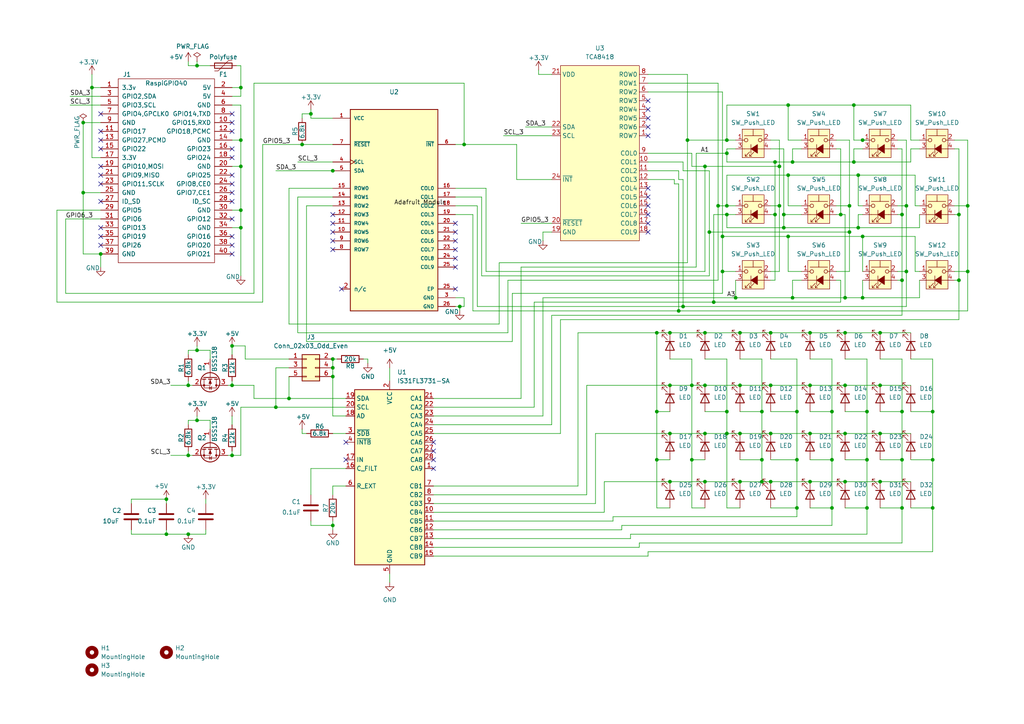
<source format=kicad_sch>
(kicad_sch (version 20231120) (generator "eeschema") (generator_version "8.0")
  (paper "A4")
  (lib_symbols
    (symbol "Adafruit_TCA8418_module:TCA8418RTWR_Module" (pin_names (offset 1.016))
      (property "Reference" "U" (at -12.7 28.702 0))
      (property "Value" "TCA8418RTWR-Module" (at -12.7 -31.242 0))
      (symbol "TCA8418RTWR_Module_0_0"
        (pin power_in line (at -17.78 25.4 0) (length 5.08) (name "VCC") (number "1"))
        (pin bidirectional line (at -17.78 -7.62 0) (length 5.08) (name "ROW5") (number "10"))
        (pin bidirectional line (at -17.78 -5.08 0) (length 5.08) (name "ROW4") (number "11"))
        (pin bidirectional line (at -17.78 -2.54 0) (length 5.08) (name "ROW3") (number "12"))
        (pin bidirectional line (at -17.78 0 0) (length 5.08) (name "ROW2") (number "13"))
        (pin bidirectional line (at -17.78 2.54 0) (length 5.08) (name "ROW1") (number "14"))
        (pin bidirectional line (at -17.78 5.08 0) (length 5.08) (name "ROW0") (number "15"))
        (pin bidirectional line (at 17.78 5.08 180) (length 5.08) (name "COL0") (number "16"))
        (pin bidirectional line (at 17.78 2.54 180) (length 5.08) (name "COL1") (number "17"))
        (pin bidirectional line (at 17.78 -2.54 180) (length 5.08) (name "COL3") (number "19"))
        (pin bidirectional line (at 17.78 -5.08 180) (length 5.08) (name "COL4") (number "20"))
        (pin passive line (at 17.78 -24.13 180) (length 5.08) (name "EP") (number "25"))
        (pin power_in line (at 17.78 -29.21 180) (length 5.08) (name "GND") (number "26"))
        (pin power_in line (at 17.78 -26.67 180) (length 5.08) (name "GND") (number "3"))
        (pin input clock (at -17.78 12.7 0) (length 5.08) (name "SCL") (number "4"))
        (pin bidirectional line (at -17.78 10.16 0) (length 5.08) (name "SDA") (number "5"))
        (pin output line (at 17.78 17.78 180) (length 5.08) (name "~{INT}") (number "6"))
        (pin input line (at -17.78 17.78 0) (length 5.08) (name "~{RESET}") (number "7"))
        (pin bidirectional line (at -17.78 -12.7 0) (length 5.08) (name "ROW7") (number "8"))
        (pin bidirectional line (at -17.78 -10.16 0) (length 5.08) (name "ROW6") (number "9"))
      )
      (symbol "TCA8418RTWR_Module_1_0"
        (pin bidirectional line (at 17.78 0 180) (length 5.08) (name "COL2") (number "18"))
        (pin bidirectional line (at 17.78 -7.62 180) (length 5.08) (name "COL5") (number "21"))
        (pin bidirectional line (at 17.78 -10.16 180) (length 5.08) (name "COL6") (number "22"))
        (pin bidirectional line (at 17.78 -12.7 180) (length 5.08) (name "COL7") (number "23"))
        (pin bidirectional line (at 17.78 -15.24 180) (length 5.08) (name "COL8") (number "24"))
        (pin bidirectional line (at 17.78 -17.78 180) (length 5.08) (name "COL9") (number "25"))
      )
      (symbol "TCA8418RTWR_Module_1_1"
        (pin unspecified line (at -15.24 -24.13 0) (length 2.54) (name "n/c") (number "2"))
      )
    )
    (symbol "Connector_Generic:Conn_02x03_Odd_Even" (pin_names (offset 1.016) hide)
      (property "Reference" "J" (at 1.27 5.08 0))
      (property "Value" "Conn_02x03_Odd_Even" (at 1.27 -5.08 0))
      (symbol "Conn_02x03_Odd_Even_1_1"
        (pin passive line (at -5.08 2.54 0) (length 3.81) (name "Pin_1") (number "1"))
        (pin passive line (at 7.62 2.54 180) (length 3.81) (name "Pin_2") (number "2"))
        (pin passive line (at -5.08 0 0) (length 3.81) (name "Pin_3") (number "3"))
        (pin passive line (at 7.62 0 180) (length 3.81) (name "Pin_4") (number "4"))
        (pin passive line (at -5.08 -2.54 0) (length 3.81) (name "Pin_5") (number "5"))
        (pin passive line (at 7.62 -2.54 180) (length 3.81) (name "Pin_6") (number "6"))
      )
    )
    (symbol "Device:C" (pin_numbers hide) (pin_names (offset 0.254))
      (property "Reference" "C" (at 0.635 2.54 0))
      (property "Value" "C" (at 0.635 -2.54 0))
      (symbol "C_1_1"
        (pin passive line (at 0 3.81 270) (length 2.794) (name "~") (number "1"))
        (pin passive line (at 0 -3.81 90) (length 2.794) (name "~") (number "2"))
      )
    )
    (symbol "Device:LED" (pin_numbers hide) (pin_names (offset 1.016) hide)
      (property "Reference" "D" (at 0 2.54 0))
      (property "Value" "LED" (at 0 -2.54 0))
      (symbol "LED_1_1"
        (pin passive line (at -3.81 0 0) (length 2.54) (name "K") (number "1"))
        (pin passive line (at 3.81 0 180) (length 2.54) (name "A") (number "2"))
      )
    )
    (symbol "Device:Polyfuse" (pin_numbers hide) (pin_names (offset 0))
      (property "Reference" "F" (at -2.54 0 90))
      (property "Value" "Polyfuse" (at 2.54 0 90))
      (symbol "Polyfuse_1_1"
        (pin passive line (at 0 3.81 270) (length 1.27) (name "~") (number "1"))
        (pin passive line (at 0 -3.81 90) (length 1.27) (name "~") (number "2"))
      )
    )
    (symbol "Device:R" (pin_numbers hide) (pin_names (offset 0))
      (property "Reference" "R" (at 2.032 0 90))
      (property "Value" "R" (at 0 0 90))
      (symbol "R_1_1"
        (pin passive line (at 0 3.81 270) (length 1.27) (name "~") (number "1"))
        (pin passive line (at 0 -3.81 90) (length 1.27) (name "~") (number "2"))
      )
    )
    (symbol "Driver_LED:IS31FL3731-SA"
      (property "Reference" "U" (at -10.16 26.035 0))
      (property "Value" "IS31FL3731-SA" (at 2.54 -26.035 0))
      (symbol "IS31FL3731-SA_1_1"
        (pin bidirectional line (at 12.7 2.54 180) (length 2.54) (name "CA9") (number "1"))
        (pin bidirectional line (at 12.7 -10.16 180) (length 2.54) (name "CB4") (number "10"))
        (pin bidirectional line (at 12.7 -12.7 180) (length 2.54) (name "CB5") (number "11"))
        (pin bidirectional line (at 12.7 -15.24 180) (length 2.54) (name "CB6") (number "12"))
        (pin bidirectional line (at 12.7 -17.78 180) (length 2.54) (name "CB7") (number "13"))
        (pin bidirectional line (at 12.7 -20.32 180) (length 2.54) (name "CB8") (number "14"))
        (pin bidirectional line (at 12.7 -22.86 180) (length 2.54) (name "CB9") (number "15"))
        (pin passive line (at -12.7 2.54 0) (length 2.54) (name "C_FILT") (number "16"))
        (pin input line (at -12.7 5.08 0) (length 2.54) (name "IN") (number "17"))
        (pin input line (at -12.7 17.78 0) (length 2.54) (name "AD") (number "18"))
        (pin bidirectional line (at -12.7 22.86 0) (length 2.54) (name "SDA") (number "19"))
        (pin power_in line (at 0 27.94 270) (length 2.54) (name "VCC") (number "2"))
        (pin input line (at -12.7 20.32 0) (length 2.54) (name "SCL") (number "20"))
        (pin bidirectional line (at 12.7 22.86 180) (length 2.54) (name "CA1") (number "21"))
        (pin bidirectional line (at 12.7 20.32 180) (length 2.54) (name "CA2") (number "22"))
        (pin bidirectional line (at 12.7 17.78 180) (length 2.54) (name "CA3") (number "23"))
        (pin bidirectional line (at 12.7 15.24 180) (length 2.54) (name "CA4") (number "24"))
        (pin bidirectional line (at 12.7 12.7 180) (length 2.54) (name "CA5") (number "25"))
        (pin bidirectional line (at 12.7 10.16 180) (length 2.54) (name "CA6") (number "26"))
        (pin bidirectional line (at 12.7 7.62 180) (length 2.54) (name "CA7") (number "27"))
        (pin bidirectional line (at 12.7 5.08 180) (length 2.54) (name "CA8") (number "28"))
        (pin input line (at -12.7 12.7 0) (length 2.54) (name "~{SDB}") (number "3"))
        (pin open_collector line (at -12.7 10.16 0) (length 2.54) (name "~{INTB}") (number "4"))
        (pin power_in line (at 0 -27.94 90) (length 2.54) (name "GND") (number "5"))
        (pin passive line (at -12.7 -2.54 0) (length 2.54) (name "R_EXT") (number "6"))
        (pin bidirectional line (at 12.7 -2.54 180) (length 2.54) (name "CB1") (number "7"))
        (pin bidirectional line (at 12.7 -5.08 180) (length 2.54) (name "CB2") (number "8"))
        (pin bidirectional line (at 12.7 -7.62 180) (length 2.54) (name "CB3") (number "9"))
      )
    )
    (symbol "Interface_Expansion_Extra:TCA8418"
      (property "Reference" "U" (at 11.43 26.67 0))
      (property "Value" "TCA8418" (at 0 -26.67 0))
      (symbol "TCA8418_1_1"
        (pin bidirectional line (at 13.97 5.08 180) (length 2.54) (name "ROW7") (number "1"))
        (pin bidirectional line (at 13.97 -2.54 180) (length 2.54) (name "COL1") (number "10"))
        (pin bidirectional line (at 13.97 -5.08 180) (length 2.54) (name "COL2") (number "11"))
        (pin bidirectional line (at 13.97 -7.62 180) (length 2.54) (name "COL3") (number "12"))
        (pin bidirectional line (at 13.97 -10.16 180) (length 2.54) (name "COL4") (number "13"))
        (pin bidirectional line (at 13.97 -12.7 180) (length 2.54) (name "COL5") (number "14"))
        (pin bidirectional line (at 13.97 -15.24 180) (length 2.54) (name "COL6") (number "15"))
        (pin bidirectional line (at 13.97 -17.78 180) (length 2.54) (name "COL7") (number "16"))
        (pin bidirectional line (at 13.97 -20.32 180) (length 2.54) (name "COL8") (number "17"))
        (pin bidirectional line (at 13.97 -22.86 180) (length 2.54) (name "COL9") (number "18"))
        (pin power_in line (at -13.97 -22.86 0) (length 2.54) (name "GND") (number "19"))
        (pin bidirectional line (at 13.97 7.62 180) (length 2.54) (name "ROW6") (number "2"))
        (pin input line (at -13.97 -20.32 0) (length 2.54) (name "~{RESET}") (number "20"))
        (pin power_in line (at -13.97 22.86 0) (length 2.54) (name "VDD") (number "21"))
        (pin bidirectional line (at -13.97 7.62 0) (length 2.54) (name "SDA") (number "22"))
        (pin input line (at -13.97 5.08 0) (length 2.54) (name "SCL") (number "23"))
        (pin output line (at -13.97 -7.62 0) (length 2.54) (name "~{INT}") (number "24"))
        (pin bidirectional line (at 13.97 10.16 180) (length 2.54) (name "ROW5") (number "3"))
        (pin bidirectional line (at 13.97 12.7 180) (length 2.54) (name "ROW4") (number "4"))
        (pin bidirectional line (at 13.97 15.24 180) (length 2.54) (name "ROW3") (number "5"))
        (pin bidirectional line (at 13.97 17.78 180) (length 2.54) (name "ROW2") (number "6"))
        (pin bidirectional line (at 13.97 20.32 180) (length 2.54) (name "ROW1") (number "7"))
        (pin bidirectional line (at 13.97 22.86 180) (length 2.54) (name "ROW0") (number "8"))
        (pin bidirectional line (at 13.97 0 180) (length 2.54) (name "COL0") (number "9"))
      )
    )
    (symbol "Mechanical:MountingHole" (pin_names (offset 1.016)) (exclude_from_sim yes) (in_bom no)
      (property "Reference" "H" (at 0 5.08 0))
      (property "Value" "MountingHole" (at 0 3.175 0))
    )
    (symbol "Switch:SW_Push_LED" (pin_names (offset 1.016) hide)
      (property "Reference" "SW" (at 0 7.62 0))
      (property "Value" "SW_Push_LED" (at 0 -3.81 0))
      (symbol "SW_Push_LED_0_1"
        (pin passive line (at -5.08 2.54 0) (length 2.54) (name "1") (number "1"))
        (pin passive line (at 5.08 2.54 180) (length 2.54) (name "2") (number "2"))
        (pin passive line (at -5.08 0 0) (length 2.54) (name "K") (number "3"))
        (pin passive line (at 5.08 0 180) (length 2.54) (name "A") (number "4"))
      )
    )
    (symbol "Transistor_FET:BSS138" (pin_names hide)
      (property "Reference" "Q" (at 5.08 1.905 0))
      (property "Value" "BSS138" (at 5.08 0 0))
      (symbol "BSS138_1_1"
        (pin input line (at -5.08 0 0) (length 2.54) (name "G") (number "1"))
        (pin passive line (at 2.54 -5.08 90) (length 2.54) (name "S") (number "2"))
        (pin passive line (at 2.54 5.08 270) (length 2.54) (name "D") (number "3"))
      )
    )
    (symbol "power:+3.3V" (power) (pin_names (offset 0))
      (property "Value" "+3.3V" (at 0 3.556 0))
      (symbol "+3.3V_1_1"
        (pin power_in line (at 0 0 90) (length 0) hide (name "+3.3V") (number "1"))
      )
    )
    (symbol "power:+5V" (power) (pin_numbers hide) (pin_names (offset 0) hide)
      (property "Value" "+5V" (at 0 3.556 0))
      (symbol "+5V_1_1"
        (pin power_in line (at 0 0 90) (length 0) (name "~") (number "1"))
      )
    )
    (symbol "power:GND" (power) (pin_numbers hide) (pin_names (offset 0) hide)
      (property "Value" "GND" (at 0 -3.81 0))
      (symbol "GND_1_1"
        (pin power_in line (at 0 0 270) (length 0) (name "~") (number "1"))
      )
    )
    (symbol "power:PWR_FLAG" (power) (pin_numbers hide) (pin_names (offset 0) hide)
      (property "Value" "PWR_FLAG" (at 0 3.81 0))
      (symbol "PWR_FLAG_0_0"
        (pin power_out line (at 0 0 90) (length 0) (name "~") (number "1"))
      )
    )
    (symbol "rg:RaspiGPIO40" (pin_names (offset 1.016))
      (property "Reference" "J1" (at -11.43 17.78 0))
      (property "Value" "RaspiGPIO40" (at 0 15.24 0))
      (symbol "RaspiGPIO40_1_1"
        (pin power_out line (at -19.05 13.97 0) (length 5.08) (name "3.3v") (number "1"))
        (pin bidirectional line (at 19.05 3.81 180) (length 5.08) (name "GPIO15,RXD") (number "10"))
        (pin bidirectional line (at -19.05 1.27 0) (length 5.08) (name "GPIO17") (number "11"))
        (pin bidirectional line (at 19.05 1.27 180) (length 5.08) (name "GPIO18,PCMC") (number "12"))
        (pin bidirectional line (at -19.05 -1.27 0) (length 5.08) (name "GPIO27,PCMD") (number "13"))
        (pin power_in line (at 19.05 -1.27 180) (length 5.08) (name "GND") (number "14"))
        (pin bidirectional line (at -19.05 -3.81 0) (length 5.08) (name "GPIO22") (number "15"))
        (pin bidirectional line (at 19.05 -3.81 180) (length 5.08) (name "GPIO23") (number "16"))
        (pin power_in line (at -19.05 -6.35 0) (length 5.08) (name "3.3V") (number "17"))
        (pin bidirectional line (at 19.05 -6.35 180) (length 5.08) (name "GPIO24") (number "18"))
        (pin bidirectional line (at -19.05 -8.89 0) (length 5.08) (name "GPIO10,MOSI") (number "19"))
        (pin power_out line (at 19.05 13.97 180) (length 5.08) (name "5V") (number "2"))
        (pin power_in line (at 19.05 -8.89 180) (length 5.08) (name "GND") (number "20"))
        (pin bidirectional line (at -19.05 -11.43 0) (length 5.08) (name "GPIO9,MISO") (number "21"))
        (pin bidirectional line (at 19.05 -11.43 180) (length 5.08) (name "GPIO25") (number "22"))
        (pin bidirectional line (at -19.05 -13.97 0) (length 5.08) (name "GPIO11,SCLK") (number "23"))
        (pin bidirectional line (at 19.05 -13.97 180) (length 5.08) (name "GPIO8,CE0") (number "24"))
        (pin power_in line (at -19.05 -16.51 0) (length 5.08) (name "GND") (number "25"))
        (pin bidirectional line (at 19.05 -16.51 180) (length 5.08) (name "GPIO7,CE1") (number "26"))
        (pin bidirectional line (at -19.05 -19.05 0) (length 5.08) (name "ID_SD") (number "27"))
        (pin bidirectional line (at 19.05 -19.05 180) (length 5.08) (name "ID_SC") (number "28"))
        (pin bidirectional line (at -19.05 -21.59 0) (length 5.08) (name "GPIO5") (number "29"))
        (pin bidirectional line (at -19.05 11.43 0) (length 5.08) (name "GPIO2,SDA") (number "3"))
        (pin power_in line (at 19.05 -21.59 180) (length 5.08) (name "GND") (number "30"))
        (pin bidirectional line (at -19.05 -24.13 0) (length 5.08) (name "GPIO6") (number "31"))
        (pin bidirectional line (at 19.05 -24.13 180) (length 5.08) (name "GPIO12") (number "32"))
        (pin bidirectional line (at -19.05 -26.67 0) (length 5.08) (name "GPIO13") (number "33"))
        (pin power_in line (at 19.05 -26.67 180) (length 5.08) (name "GND") (number "34"))
        (pin bidirectional line (at -19.05 -29.21 0) (length 5.08) (name "GPIO19") (number "35"))
        (pin bidirectional line (at 19.05 -29.21 180) (length 5.08) (name "GPIO16") (number "36"))
        (pin bidirectional line (at -19.05 -31.75 0) (length 5.08) (name "GPI26") (number "37"))
        (pin bidirectional line (at 19.05 -31.75 180) (length 5.08) (name "GPIO20") (number "38"))
        (pin bidirectional line (at -19.05 -34.29 0) (length 5.08) (name "GND") (number "39"))
        (pin power_in line (at 19.05 11.43 180) (length 5.08) (name "5V") (number "4"))
        (pin bidirectional line (at 19.05 -34.29 180) (length 5.08) (name "GPIO21") (number "40"))
        (pin bidirectional line (at -19.05 8.89 0) (length 5.08) (name "GPIO3,SCL") (number "5"))
        (pin power_in line (at 19.05 8.89 180) (length 5.08) (name "GND") (number "6"))
        (pin bidirectional line (at -19.05 6.35 0) (length 5.08) (name "GPIO4,GPCLK0") (number "7"))
        (pin bidirectional line (at 19.05 6.35 180) (length 5.08) (name "GPIO14,TXD") (number "8"))
        (pin power_in line (at -19.05 3.81 0) (length 5.08) (name "GND") (number "9"))
      )
    )
  )
  (junction (at 96.52 49.53))
  (junction (at 214.63 125.73))
  (junction (at 210.82 40.64))
  (junction (at 194.31 139.7))
  (junction (at 213.36 86.36))
  (junction (at 229.87 46.99))
  (junction (at 255.27 96.52))
  (junction (at 48.26 144.78))
  (junction (at 220.98 119.38))
  (junction (at 214.63 111.76))
  (junction (at 87.63 41.91))
  (junction (at 246.38 59.69))
  (junction (at 69.85 48.26))
  (junction (at 26.67 25.4))
  (junction (at 48.26 154.94))
  (junction (at 208.28 59.69))
  (junction (at 134.62 41.91))
  (junction (at 226.06 48.26))
  (junction (at 231.14 119.38))
  (junction (at 250.19 68.58))
  (junction (at 231.14 133.35))
  (junction (at 54.61 154.94))
  (junction (at 24.13 55.88))
  (junction (at 220.98 139.7))
  (junction (at 223.52 139.7))
  (junction (at 243.84 62.23))
  (junction (at 234.95 96.52))
  (junction (at 280.67 78.74))
  (junction (at 227.33 66.04))
  (junction (at 229.87 86.36))
  (junction (at 270.51 133.35))
  (junction (at 255.27 125.73))
  (junction (at 57.15 101.6))
  (junction (at 96.52 104.14))
  (junction (at 241.3 119.38))
  (junction (at 245.11 86.36))
  (junction (at 83.82 115.57))
  (junction (at 57.15 19.05))
  (junction (at 231.14 147.32))
  (junction (at 250.19 40.64))
  (junction (at 261.62 62.23))
  (junction (at 262.89 59.69))
  (junction (at 262.89 78.74))
  (junction (at 245.11 125.73))
  (junction (at 248.92 50.8))
  (junction (at 205.74 67.31))
  (junction (at 204.47 48.26))
  (junction (at 69.85 25.4))
  (junction (at 224.79 62.23))
  (junction (at 190.5 119.38))
  (junction (at 228.6 30.48))
  (junction (at 204.47 139.7))
  (junction (at 24.13 35.56))
  (junction (at 204.47 125.73))
  (junction (at 209.55 78.74))
  (junction (at 198.12 88.9))
  (junction (at 69.85 66.04))
  (junction (at 227.33 62.23))
  (junction (at 54.61 132.08))
  (junction (at 255.27 139.7))
  (junction (at 234.95 139.7))
  (junction (at 245.11 139.7))
  (junction (at 245.11 96.52))
  (junction (at 210.82 119.38))
  (junction (at 261.62 119.38))
  (junction (at 250.19 86.36))
  (junction (at 246.38 67.31))
  (junction (at 234.95 125.73))
  (junction (at 69.85 60.96))
  (junction (at 199.39 40.64))
  (junction (at 69.85 40.64))
  (junction (at 224.79 46.99))
  (junction (at 210.82 62.23))
  (junction (at 190.5 133.35))
  (junction (at 90.17 33.02))
  (junction (at 261.62 147.32))
  (junction (at 96.52 152.4))
  (junction (at 270.51 119.38))
  (junction (at 210.82 44.45))
  (junction (at 241.3 147.32))
  (junction (at 29.21 73.66))
  (junction (at 67.31 100.33))
  (junction (at 223.52 111.76))
  (junction (at 261.62 81.28))
  (junction (at 251.46 119.38))
  (junction (at 220.98 133.35))
  (junction (at 251.46 133.35))
  (junction (at 228.6 50.8))
  (junction (at 214.63 96.52))
  (junction (at 194.31 125.73))
  (junction (at 261.62 133.35))
  (junction (at 96.52 109.22))
  (junction (at 280.67 59.69))
  (junction (at 67.31 111.76))
  (junction (at 194.31 96.52))
  (junction (at 207.01 87.63))
  (junction (at 228.6 68.58))
  (junction (at 210.82 59.69))
  (junction (at 245.11 111.76))
  (junction (at 226.06 59.69))
  (junction (at 248.92 66.04))
  (junction (at 270.51 147.32))
  (junction (at 57.15 121.92))
  (junction (at 200.66 133.35))
  (junction (at 278.13 81.28))
  (junction (at 255.27 111.76))
  (junction (at 247.65 46.99))
  (junction (at 204.47 111.76))
  (junction (at 200.66 111.76))
  (junction (at 241.3 133.35))
  (junction (at 223.52 96.52))
  (junction (at 278.13 62.23))
  (junction (at 133.35 88.9))
  (junction (at 210.82 125.73))
  (junction (at 234.95 111.76))
  (junction (at 196.85 90.17))
  (junction (at 204.47 96.52))
  (junction (at 223.52 125.73))
  (junction (at 54.61 111.76))
  (junction (at 194.31 111.76))
  (junction (at 214.63 139.7))
  (junction (at 96.52 106.68))
  (junction (at 247.65 30.48))
  (junction (at 67.31 132.08))
  (junction (at 190.5 96.52))
  (junction (at 209.55 68.58))
  (junction (at 80.01 118.11))
  (junction (at 251.46 147.32))
  (no_connect (at 29.21 33.02))
  (no_connect (at 187.96 39.37))
  (no_connect (at 96.52 64.77))
  (no_connect (at 132.08 74.93))
  (no_connect (at 96.52 69.85))
  (no_connect (at 67.31 53.34))
  (no_connect (at 100.33 133.35))
  (no_connect (at 96.52 72.39))
  (no_connect (at 67.31 45.72))
  (no_connect (at 125.73 130.81))
  (no_connect (at 100.33 128.27))
  (no_connect (at 67.31 33.02))
  (no_connect (at 187.96 34.29))
  (no_connect (at 67.31 58.42))
  (no_connect (at 187.96 67.31))
  (no_connect (at 29.21 43.18))
  (no_connect (at 187.96 57.15))
  (no_connect (at 67.31 71.12))
  (no_connect (at 29.21 38.1))
  (no_connect (at 67.31 38.1))
  (no_connect (at 29.21 53.34))
  (no_connect (at 187.96 31.75))
  (no_connect (at 125.73 128.27))
  (no_connect (at 125.73 135.89))
  (no_connect (at 29.21 48.26))
  (no_connect (at 67.31 68.58))
  (no_connect (at 187.96 64.77))
  (no_connect (at 187.96 36.83))
  (no_connect (at 96.52 62.23))
  (no_connect (at 29.21 50.8))
  (no_connect (at 132.08 83.82))
  (no_connect (at 29.21 40.64))
  (no_connect (at 67.31 63.5))
  (no_connect (at 132.08 64.77))
  (no_connect (at 187.96 59.69))
  (no_connect (at 67.31 43.18))
  (no_connect (at 132.08 67.31))
  (no_connect (at 187.96 62.23))
  (no_connect (at 29.21 71.12))
  (no_connect (at 29.21 68.58))
  (no_connect (at 29.21 58.42))
  (no_connect (at 67.31 50.8))
  (no_connect (at 132.08 72.39))
  (no_connect (at 99.06 83.82))
  (no_connect (at 29.21 66.04))
  (no_connect (at 125.73 133.35))
  (no_connect (at 67.31 35.56))
  (no_connect (at 96.52 67.31))
  (no_connect (at 67.31 73.66))
  (no_connect (at 132.08 77.47))
  (no_connect (at 132.08 69.85))
  (no_connect (at 187.96 54.61))
  (no_connect (at 67.31 55.88))
  (no_connect (at 187.96 29.21))
  (wire (pts (xy 60.96 121.92) (xy 60.96 124.46)))
  (wire (pts (xy 160.02 52.07) (xy 149.86 52.07)))
  (wire (pts (xy 113.03 106.68) (xy 113.03 110.49)))
  (wire (pts (xy 261.62 91.44) (xy 160.02 91.44)))
  (wire (pts (xy 59.69 153.67) (xy 59.69 154.94)))
  (wire (pts (xy 242.57 81.28) (xy 243.84 81.28)))
  (wire (pts (xy 250.19 68.58) (xy 250.19 78.74)))
  (wire (pts (xy 54.61 19.05) (xy 54.61 17.78)))
  (wire (pts (xy 207.01 62.23) (xy 207.01 87.63)))
  (wire (pts (xy 210.82 30.48) (xy 228.6 30.48)))
  (wire (pts (xy 151.13 115.57) (xy 151.13 77.47)))
  (wire (pts (xy 96.52 140.97) (xy 100.33 140.97)))
  (wire (pts (xy 234.95 104.14) (xy 241.3 104.14)))
  (wire (pts (xy 214.63 139.7) (xy 220.98 139.7)))
  (wire (pts (xy 204.47 139.7) (xy 214.63 139.7)))
  (wire (pts (xy 100.33 115.57) (xy 83.82 115.57)))
  (wire (pts (xy 210.82 104.14) (xy 210.82 119.38)))
  (wire (pts (xy 170.18 111.76) (xy 194.31 111.76)))
  (wire (pts (xy 157.48 86.36) (xy 213.36 86.36)))
  (wire (pts (xy 68.58 19.05) (xy 69.85 19.05)))
  (wire (pts (xy 96.52 57.15) (xy 86.36 57.15)))
  (wire (pts (xy 96.52 59.69) (xy 88.9 59.69)))
  (wire (pts (xy 170.18 111.76) (xy 170.18 143.51)))
  (wire (pts (xy 262.89 59.69) (xy 262.89 78.74)))
  (wire (pts (xy 96.52 104.14) (xy 97.79 104.14)))
  (wire (pts (xy 210.82 59.69) (xy 208.28 59.69)))
  (wire (pts (xy 67.31 25.4) (xy 69.85 25.4)))
  (wire (pts (xy 100.33 49.53) (xy 96.52 49.53)))
  (wire (pts (xy 69.85 30.48) (xy 69.85 40.64)))
  (wire (pts (xy 194.31 147.32) (xy 190.5 147.32)))
  (wire (pts (xy 196.85 49.53) (xy 187.96 49.53)))
  (wire (pts (xy 255.27 133.35) (xy 261.62 133.35)))
  (wire (pts (xy 38.1 146.05) (xy 38.1 144.78)))
  (wire (pts (xy 67.31 48.26) (xy 69.85 48.26)))
  (wire (pts (xy 278.13 81.28) (xy 278.13 92.71)))
  (wire (pts (xy 19.05 63.5) (xy 19.05 85.09)))
  (wire (pts (xy 220.98 139.7) (xy 223.52 139.7)))
  (wire (pts (xy 264.16 104.14) (xy 270.51 104.14)))
  (wire (pts (xy 200.66 133.35) (xy 200.66 147.32)))
  (wire (pts (xy 49.53 132.08) (xy 54.61 132.08)))
  (wire (pts (xy 187.96 21.59) (xy 199.39 21.59)))
  (wire (pts (xy 210.82 40.64) (xy 210.82 30.48)))
  (wire (pts (xy 172.72 125.73) (xy 172.72 146.05)))
  (wire (pts (xy 262.89 88.9) (xy 262.89 78.74)))
  (wire (pts (xy 57.15 120.65) (xy 57.15 121.92)))
  (wire (pts (xy 198.12 46.99) (xy 187.96 46.99)))
  (wire (pts (xy 172.72 125.73) (xy 194.31 125.73)))
  (wire (pts (xy 190.5 119.38) (xy 194.31 119.38)))
  (wire (pts (xy 229.87 81.28) (xy 229.87 86.36)))
  (wire (pts (xy 231.14 119.38) (xy 231.14 133.35)))
  (wire (pts (xy 67.31 100.33) (xy 67.31 102.87)))
  (wire (pts (xy 187.96 161.29) (xy 187.96 160.02)))
  (wire (pts (xy 177.8 149.86) (xy 231.14 149.86)))
  (wire (pts (xy 205.74 67.31) (xy 205.74 49.53)))
  (wire (pts (xy 210.82 119.38) (xy 210.82 125.73)))
  (wire (pts (xy 205.74 49.53) (xy 198.12 49.53)))
  (wire (pts (xy 198.12 88.9) (xy 262.89 88.9)))
  (wire (pts (xy 204.47 48.26) (xy 226.06 48.26)))
  (wire (pts (xy 251.46 40.64) (xy 250.19 40.64)))
  (wire (pts (xy 140.97 54.61) (xy 132.08 54.61)))
  (wire (pts (xy 251.46 104.14) (xy 251.46 119.38)))
  (wire (pts (xy 195.58 52.07) (xy 195.58 53.34)))
  (wire (pts (xy 214.63 119.38) (xy 220.98 119.38)))
  (wire (pts (xy 223.52 111.76) (xy 234.95 111.76)))
  (wire (pts (xy 57.15 17.78) (xy 57.15 19.05)))
  (wire (pts (xy 245.11 111.76) (xy 255.27 111.76)))
  (wire (pts (xy 198.12 49.53) (xy 198.12 46.99)))
  (wire (pts (xy 261.62 119.38) (xy 261.62 133.35)))
  (wire (pts (xy 147.32 81.28) (xy 208.28 81.28)))
  (wire (pts (xy 280.67 90.17) (xy 280.67 78.74)))
  (wire (pts (xy 250.19 40.64) (xy 247.65 40.64)))
  (wire (pts (xy 248.92 59.69) (xy 248.92 50.8)))
  (wire (pts (xy 255.27 111.76) (xy 264.16 111.76)))
  (wire (pts (xy 260.35 40.64) (xy 262.89 40.64)))
  (wire (pts (xy 24.13 55.88) (xy 29.21 55.88)))
  (wire (pts (xy 16.51 87.63) (xy 76.2 87.63)))
  (wire (pts (xy 200.66 48.26) (xy 204.47 48.26)))
  (wire (pts (xy 20.32 27.94) (xy 29.21 27.94)))
  (wire (pts (xy 200.66 104.14) (xy 200.66 111.76)))
  (wire (pts (xy 96.52 54.61) (xy 83.82 54.61)))
  (wire (pts (xy 210.82 44.45) (xy 210.82 46.99)))
  (wire (pts (xy 125.73 161.29) (xy 187.96 161.29)))
  (wire (pts (xy 210.82 59.69) (xy 210.82 50.8)))
  (wire (pts (xy 76.2 41.91) (xy 87.63 41.91)))
  (wire (pts (xy 226.06 48.26) (xy 226.06 59.69)))
  (wire (pts (xy 86.36 46.99) (xy 96.52 46.99)))
  (wire (pts (xy 26.67 21.59) (xy 26.67 25.4)))
  (wire (pts (xy 139.7 80.01) (xy 139.7 57.15)))
  (wire (pts (xy 147.32 96.52) (xy 147.32 81.28)))
  (wire (pts (xy 54.61 110.49) (xy 54.61 111.76)))
  (wire (pts (xy 200.66 44.45) (xy 200.66 48.26)))
  (wire (pts (xy 224.79 62.23) (xy 224.79 81.28)))
  (wire (pts (xy 134.62 88.9) (xy 134.62 86.36)))
  (wire (pts (xy 229.87 43.18) (xy 232.41 43.18)))
  (wire (pts (xy 205.74 80.01) (xy 205.74 67.31)))
  (wire (pts (xy 67.31 60.96) (xy 69.85 60.96)))
  (wire (pts (xy 243.84 81.28) (xy 243.84 87.63)))
  (wire (pts (xy 16.51 60.96) (xy 16.51 87.63)))
  (wire (pts (xy 207.01 62.23) (xy 210.82 62.23)))
  (wire (pts (xy 204.47 96.52) (xy 214.63 96.52)))
  (wire (pts (xy 88.9 59.69) (xy 88.9 99.06)))
  (wire (pts (xy 196.85 52.07) (xy 196.85 49.53)))
  (wire (pts (xy 96.52 120.65) (xy 100.33 120.65)))
  (wire (pts (xy 69.85 118.11) (xy 80.01 118.11)))
  (wire (pts (xy 90.17 34.29) (xy 90.17 33.02)))
  (wire (pts (xy 57.15 19.05) (xy 54.61 19.05)))
  (wire (pts (xy 175.26 148.59) (xy 125.73 148.59)))
  (wire (pts (xy 190.5 133.35) (xy 190.5 119.38)))
  (wire (pts (xy 29.21 35.56) (xy 24.13 35.56)))
  (wire (pts (xy 247.65 43.18) (xy 247.65 46.99)))
  (wire (pts (xy 251.46 133.35) (xy 251.46 147.32)))
  (wire (pts (xy 209.55 26.67) (xy 209.55 68.58)))
  (wire (pts (xy 83.82 115.57) (xy 73.66 115.57)))
  (wire (pts (xy 87.63 125.73) (xy 88.9 125.73)))
  (wire (pts (xy 234.95 119.38) (xy 241.3 119.38)))
  (wire (pts (xy 194.31 111.76) (xy 200.66 111.76)))
  (wire (pts (xy 241.3 152.4) (xy 241.3 147.32)))
  (wire (pts (xy 196.85 90.17) (xy 280.67 90.17)))
  (wire (pts (xy 242.57 40.64) (xy 246.38 40.64)))
  (wire (pts (xy 80.01 118.11) (xy 100.33 118.11)))
  (wire (pts (xy 83.82 109.22) (xy 83.82 115.57)))
  (wire (pts (xy 137.16 90.17) (xy 196.85 90.17)))
  (wire (pts (xy 187.96 160.02) (xy 270.51 160.02)))
  (wire (pts (xy 60.96 101.6) (xy 60.96 104.14)))
  (wire (pts (xy 194.31 139.7) (xy 204.47 139.7)))
  (wire (pts (xy 182.88 154.94) (xy 182.88 156.21)))
  (wire (pts (xy 49.53 111.76) (xy 54.61 111.76)))
  (wire (pts (xy 261.62 133.35) (xy 261.62 147.32)))
  (wire (pts (xy 223.52 139.7) (xy 234.95 139.7)))
  (wire (pts (xy 69.85 48.26) (xy 69.85 60.96)))
  (wire (pts (xy 278.13 43.18) (xy 278.13 62.23)))
  (wire (pts (xy 140.97 78.74) (xy 204.47 78.74)))
  (wire (pts (xy 241.3 119.38) (xy 241.3 133.35)))
  (wire (pts (xy 149.86 52.07) (xy 149.86 41.91)))
  (wire (pts (xy 157.48 120.65) (xy 157.48 86.36)))
  (wire (pts (xy 213.36 86.36) (xy 229.87 86.36)))
  (wire (pts (xy 83.82 93.98) (xy 144.78 93.98)))
  (wire (pts (xy 255.27 104.14) (xy 261.62 104.14)))
  (wire (pts (xy 228.6 78.74) (xy 232.41 78.74)))
  (wire (pts (xy 177.8 149.86) (xy 177.8 151.13)))
  (wire (pts (xy 220.98 133.35) (xy 220.98 139.7)))
  (wire (pts (xy 266.7 81.28) (xy 266.7 86.36)))
  (wire (pts (xy 132.08 62.23) (xy 137.16 62.23)))
  (wire (pts (xy 210.82 147.32) (xy 214.63 147.32)))
  (wire (pts (xy 187.96 52.07) (xy 195.58 52.07)))
  (wire (pts (xy 270.51 133.35) (xy 270.51 147.32)))
  (wire (pts (xy 86.36 96.52) (xy 147.32 96.52)))
  (wire (pts (xy 157.48 67.31) (xy 157.48 69.85)))
  (wire (pts (xy 140.97 78.74) (xy 140.97 54.61)))
  (wire (pts (xy 223.52 104.14) (xy 231.14 104.14)))
  (wire (pts (xy 54.61 130.81) (xy 54.61 132.08)))
  (wire (pts (xy 60.96 19.05) (xy 57.15 19.05)))
  (wire (pts (xy 210.82 125.73) (xy 210.82 147.32)))
  (wire (pts (xy 260.35 78.74) (xy 262.89 78.74)))
  (wire (pts (xy 73.66 85.09) (xy 73.66 24.13)))
  (wire (pts (xy 245.11 96.52) (xy 255.27 96.52)))
  (wire (pts (xy 172.72 146.05) (xy 125.73 146.05)))
  (wire (pts (xy 255.27 119.38) (xy 261.62 119.38)))
  (wire (pts (xy 48.26 153.67) (xy 48.26 154.94)))
  (wire (pts (xy 223.52 119.38) (xy 231.14 119.38)))
  (wire (pts (xy 245.11 62.23) (xy 245.11 86.36)))
  (wire (pts (xy 71.12 104.14) (xy 71.12 100.33)))
  (wire (pts (xy 260.35 43.18) (xy 261.62 43.18)))
  (wire (pts (xy 26.67 45.72) (xy 26.67 25.4)))
  (wire (pts (xy 134.62 24.13) (xy 134.62 41.91)))
  (wire (pts (xy 83.82 54.61) (xy 83.82 93.98)))
  (wire (pts (xy 223.52 125.73) (xy 234.95 125.73)))
  (wire (pts (xy 76.2 87.63) (xy 76.2 41.91)))
  (wire (pts (xy 278.13 92.71) (xy 162.56 92.71)))
  (wire (pts (xy 177.8 151.13) (xy 125.73 151.13)))
  (wire (pts (xy 227.33 66.04) (xy 248.92 66.04)))
  (wire (pts (xy 213.36 40.64) (xy 210.82 40.64)))
  (wire (pts (xy 180.34 152.4) (xy 180.34 153.67)))
  (wire (pts (xy 167.64 140.97) (xy 167.64 96.52)))
  (wire (pts (xy 251.46 154.94) (xy 251.46 147.32)))
  (wire (pts (xy 224.79 81.28) (xy 223.52 81.28)))
  (wire (pts (xy 29.21 45.72) (xy 26.67 45.72)))
  (wire (pts (xy 152.4 36.83) (xy 160.02 36.83)))
  (wire (pts (xy 261.62 147.32) (xy 261.62 157.48)))
  (wire (pts (xy 210.82 62.23) (xy 213.36 62.23)))
  (wire (pts (xy 261.62 81.28) (xy 261.62 91.44)))
  (wire (pts (xy 250.19 86.36) (xy 266.7 86.36)))
  (wire (pts (xy 210.82 43.18) (xy 210.82 44.45)))
  (wire (pts (xy 90.17 152.4) (xy 96.52 152.4)))
  (wire (pts (xy 265.43 78.74) (xy 265.43 68.58)))
  (wire (pts (xy 231.14 104.14) (xy 231.14 119.38)))
  (wire (pts (xy 87.63 34.29) (xy 87.63 33.02)))
  (wire (pts (xy 54.61 102.87) (xy 54.61 101.6)))
  (wire (pts (xy 209.55 78.74) (xy 213.36 78.74)))
  (wire (pts (xy 265.43 59.69) (xy 265.43 50.8)))
  (wire (pts (xy 90.17 33.02) (xy 90.17 31.75)))
  (wire (pts (xy 223.52 43.18) (xy 227.33 43.18)))
  (wire (pts (xy 194.31 125.73) (xy 204.47 125.73)))
  (wire (pts (xy 234.95 125.73) (xy 245.11 125.73)))
  (wire (pts (xy 264.16 119.38) (xy 270.51 119.38)))
  (wire (pts (xy 187.96 44.45) (xy 200.66 44.45)))
  (wire (pts (xy 234.95 96.52) (xy 245.11 96.52)))
  (wire (pts (xy 190.5 96.52) (xy 194.31 96.52)))
  (wire (pts (xy 228.6 40.64) (xy 232.41 40.64)))
  (wire (pts (xy 24.13 35.56) (xy 24.13 55.88)))
  (wire (pts (xy 154.94 118.11) (xy 154.94 87.63)))
  (wire (pts (xy 223.52 147.32) (xy 231.14 147.32)))
  (wire (pts (xy 138.43 88.9) (xy 198.12 88.9)))
  (wire (pts (xy 170.18 143.51) (xy 125.73 143.51)))
  (wire (pts (xy 66.04 111.76) (xy 67.31 111.76)))
  (wire (pts (xy 241.3 104.14) (xy 241.3 119.38)))
  (wire (pts (xy 187.96 26.67) (xy 209.55 26.67)))
  (wire (pts (xy 139.7 80.01) (xy 205.74 80.01)))
  (wire (pts (xy 226.06 40.64) (xy 226.06 48.26)))
  (wire (pts (xy 227.33 66.04) (xy 210.82 66.04)))
  (wire (pts (xy 190.5 133.35) (xy 194.31 133.35)))
  (wire (pts (xy 200.66 147.32) (xy 204.47 147.32)))
  (wire (pts (xy 204.47 125.73) (xy 210.82 125.73)))
  (wire (pts (xy 210.82 46.99) (xy 224.79 46.99)))
  (wire (pts (xy 96.52 151.13) (xy 96.52 152.4)))
  (wire (pts (xy 246.38 67.31) (xy 246.38 78.74)))
  (wire (pts (xy 96.52 125.73) (xy 100.33 125.73)))
  (wire (pts (xy 96.52 140.97) (xy 96.52 143.51)))
  (wire (pts (xy 80.01 106.68) (xy 80.01 118.11)))
  (wire (pts (xy 185.42 158.75) (xy 125.73 158.75)))
  (wire (pts (xy 214.63 111.76) (xy 223.52 111.76)))
  (wire (pts (xy 280.67 59.69) (xy 276.86 59.69)))
  (wire (pts (xy 227.33 62.23) (xy 232.41 62.23)))
  (wire (pts (xy 66.04 132.08) (xy 67.31 132.08)))
  (wire (pts (xy 266.7 62.23) (xy 266.7 66.04)))
  (wire (pts (xy 245.11 86.36) (xy 250.19 86.36)))
  (wire (pts (xy 210.82 125.73) (xy 214.63 125.73)))
  (wire (pts (xy 87.63 124.46) (xy 87.63 125.73)))
  (wire (pts (xy 213.36 59.69) (xy 210.82 59.69)))
  (wire (pts (xy 223.52 40.64) (xy 226.06 40.64)))
  (wire (pts (xy 69.85 60.96) (xy 69.85 66.04)))
  (wire (pts (xy 228.6 68.58) (xy 250.19 68.58)))
  (wire (pts (xy 199.39 40.64) (xy 210.82 40.64)))
  (wire (pts (xy 229.87 46.99) (xy 229.87 43.18)))
  (wire (pts (xy 20.32 30.48) (xy 29.21 30.48)))
  (wire (pts (xy 214.63 133.35) (xy 220.98 133.35)))
  (wire (pts (xy 69.85 80.01) (xy 69.85 66.04)))
  (wire (pts (xy 194.31 139.7) (xy 175.26 139.7)))
  (wire (pts (xy 261.62 43.18) (xy 261.62 62.23)))
  (wire (pts (xy 48.26 144.78) (xy 48.26 146.05)))
  (wire (pts (xy 243.84 62.23) (xy 245.11 62.23)))
  (wire (pts (xy 255.27 139.7) (xy 264.16 139.7)))
  (wire (pts (xy 228.6 68.58) (xy 228.6 78.74)))
  (wire (pts (xy 125.73 118.11) (xy 154.94 118.11)))
  (wire (pts (xy 96.52 106.68) (xy 96.52 109.22)))
  (wire (pts (xy 67.31 40.64) (xy 69.85 40.64)))
  (wire (pts (xy 19.05 63.5) (xy 29.21 63.5)))
  (wire (pts (xy 57.15 100.33) (xy 57.15 101.6)))
  (wire (pts (xy 264.16 40.64) (xy 264.16 30.48)))
  (wire (pts (xy 106.68 105.41) (xy 106.68 104.14)))
  (wire (pts (xy 266.7 40.64) (xy 264.16 40.64)))
  (wire (pts (xy 54.61 111.76) (xy 55.88 111.76)))
  (wire (pts (xy 201.93 44.45) (xy 201.93 77.47)))
  (wire (pts (xy 276.86 40.64) (xy 280.67 40.64)))
  (wire (pts (xy 190.5 119.38) (xy 190.5 96.52)))
  (wire (pts (xy 247.65 46.99) (xy 264.16 46.99)))
  (wire (pts (xy 160.02 123.19) (xy 125.73 123.19)))
  (wire (pts (xy 242.57 43.18) (xy 243.84 43.18)))
  (wire (pts (xy 246.38 40.64) (xy 246.38 59.69)))
  (wire (pts (xy 270.51 104.14) (xy 270.51 119.38)))
  (wire (pts (xy 194.31 104.14) (xy 200.66 104.14)))
  (wire (pts (xy 228.6 50.8) (xy 228.6 59.69)))
  (wire (pts (xy 245.11 133.35) (xy 251.46 133.35)))
  (wire (pts (xy 148.59 85.09) (xy 209.55 85.09)))
  (wire (pts (xy 175.26 139.7) (xy 175.26 148.59)))
  (wire (pts (xy 160.02 67.31) (xy 157.48 67.31)))
  (wire (pts (xy 209.55 68.58) (xy 209.55 78.74)))
  (wire (pts (xy 245.11 119.38) (xy 251.46 119.38)))
  (wire (pts (xy 261.62 147.32) (xy 255.27 147.32)))
  (wire (pts (xy 224.79 62.23) (xy 223.52 62.23)))
  (wire (pts (xy 125.73 120.65) (xy 157.48 120.65)))
  (wire (pts (xy 38.1 153.67) (xy 38.1 154.94)))
  (wire (pts (xy 220.98 104.14) (xy 220.98 119.38)))
  (wire (pts (xy 243.84 62.23) (xy 242.57 62.23)))
  (wire (pts (xy 261.62 157.48) (xy 185.42 157.48)))
  (wire (pts (xy 96.52 104.14) (xy 96.52 106.68)))
  (wire (pts (xy 54.61 121.92) (xy 57.15 121.92)))
  (wire (pts (xy 261.62 62.23) (xy 261.62 81.28)))
  (wire (pts (xy 80.01 49.53) (xy 96.52 49.53)))
  (wire (pts (xy 208.28 24.13) (xy 208.28 59.69)))
  (wire (pts (xy 223.52 78.74) (xy 226.06 78.74)))
  (wire (pts (xy 106.68 104.14) (xy 105.41 104.14)))
  (wire (pts (xy 67.31 110.49) (xy 67.31 111.76)))
  (wire (pts (xy 90.17 34.29) (xy 96.52 34.29)))
  (wire (pts (xy 87.63 33.02) (xy 90.17 33.02)))
  (wire (pts (xy 185.42 157.48) (xy 185.42 158.75)))
  (wire (pts (xy 57.15 101.6) (xy 60.96 101.6)))
  (wire (pts (xy 67.31 130.81) (xy 67.31 132.08)))
  (wire (pts (xy 200.66 111.76) (xy 204.47 111.76)))
  (wire (pts (xy 248.92 50.8) (xy 228.6 50.8)))
  (wire (pts (xy 223.52 133.35) (xy 231.14 133.35)))
  (wire (pts (xy 83.82 106.68) (xy 80.01 106.68)))
  (wire (pts (xy 205.74 67.31) (xy 246.38 67.31)))
  (wire (pts (xy 139.7 57.15) (xy 132.08 57.15)))
  (wire (pts (xy 245.11 104.14) (xy 251.46 104.14)))
  (wire (pts (xy 250.19 59.69) (xy 248.92 59.69)))
  (wire (pts (xy 67.31 30.48) (xy 69.85 30.48)))
  (wire (pts (xy 266.7 78.74) (xy 265.43 78.74)))
  (wire (pts (xy 54.61 101.6) (xy 57.15 101.6)))
  (wire (pts (xy 88.9 99.06) (xy 148.59 99.06)))
  (wire (pts (xy 54.61 132.08) (xy 55.88 132.08)))
  (wire (pts (xy 223.52 59.69) (xy 226.06 59.69)))
  (wire (pts (xy 260.35 81.28) (xy 261.62 81.28)))
  (wire (pts (xy 213.36 81.28) (xy 213.36 86.36)))
  (wire (pts (xy 247.65 30.48) (xy 228.6 30.48)))
  (wire (pts (xy 73.66 24.13) (xy 134.62 24.13)))
  (wire (pts (xy 247.65 40.64) (xy 247.65 30.48)))
  (wire (pts (xy 231.14 149.86) (xy 231.14 147.32)))
  (wire (pts (xy 24.13 55.88) (xy 24.13 73.66)))
  (wire (pts (xy 265.43 50.8) (xy 248.92 50.8)))
  (wire (pts (xy 162.56 125.73) (xy 125.73 125.73)))
  (wire (pts (xy 234.95 139.7) (xy 245.11 139.7)))
  (wire (pts (xy 190.5 147.32) (xy 190.5 133.35)))
  (wire (pts (xy 266.7 59.69) (xy 265.43 59.69)))
  (wire (pts (xy 243.84 43.18) (xy 243.84 62.23)))
  (wire (pts (xy 266.7 43.18) (xy 264.16 43.18)))
  (wire (pts (xy 146.05 39.37) (xy 160.02 39.37)))
  (wire (pts (xy 87.63 41.91) (xy 96.52 41.91)))
  (wire (pts (xy 226.06 59.69) (xy 226.06 78.74)))
  (wire (pts (xy 182.88 154.94) (xy 251.46 154.94)))
  (wire (pts (xy 167.64 96.52) (xy 190.5 96.52)))
  (wire (pts (xy 261.62 62.23) (xy 260.35 62.23)))
  (wire (pts (xy 246.38 59.69) (xy 246.38 67.31)))
  (wire (pts (xy 154.94 87.63) (xy 207.01 87.63)))
  (wire (pts (xy 260.35 59.69) (xy 262.89 59.69)))
  (wire (pts (xy 162.56 92.71) (xy 162.56 125.73)))
  (wire (pts (xy 200.66 111.76) (xy 200.66 133.35)))
  (wire (pts (xy 90.17 135.89) (xy 90.17 143.51)))
  (wire (pts (xy 278.13 81.28) (xy 278.13 62.23)))
  (wire (pts (xy 248.92 66.04) (xy 266.7 66.04)))
  (wire (pts (xy 67.31 120.65) (xy 67.31 123.19)))
  (wire (pts (xy 229.87 46.99) (xy 247.65 46.99)))
  (wire (pts (xy 280.67 59.69) (xy 280.67 78.74)))
  (wire (pts (xy 214.63 125.73) (xy 223.52 125.73)))
  (wire (pts (xy 210.82 66.04) (xy 210.82 62.23)))
  (wire (pts (xy 204.47 104.14) (xy 210.82 104.14)))
  (wire (pts (xy 69.85 27.94) (xy 69.85 25.4)))
  (wire (pts (xy 280.67 40.64) (xy 280.67 59.69)))
  (wire (pts (xy 200.66 133.35) (xy 204.47 133.35)))
  (wire (pts (xy 180.34 153.67) (xy 125.73 153.67)))
  (wire (pts (xy 67.31 66.04) (xy 69.85 66.04)))
  (wire (pts (xy 264.16 30.48) (xy 247.65 30.48)))
  (wire (pts (xy 132.08 59.69) (xy 138.43 59.69)))
  (wire (pts (xy 199.39 40.64) (xy 199.39 76.2)))
  (wire (pts (xy 138.43 59.69) (xy 138.43 88.9)))
  (wire (pts (xy 265.43 68.58) (xy 250.19 68.58)))
  (wire (pts (xy 26.67 25.4) (xy 29.21 25.4)))
  (wire (pts (xy 208.28 81.28) (xy 208.28 59.69)))
  (wire (pts (xy 83.82 104.14) (xy 71.12 104.14)))
  (wire (pts (xy 210.82 50.8) (xy 228.6 50.8)))
  (wire (pts (xy 86.36 57.15) (xy 86.36 96.52)))
  (wire (pts (xy 241.3 147.32) (xy 234.95 147.32)))
  (wire (pts (xy 228.6 30.48) (xy 228.6 40.64)))
  (wire (pts (xy 276.86 78.74) (xy 280.67 78.74)))
  (wire (pts (xy 57.15 121.92) (xy 60.96 121.92)))
  (wire (pts (xy 133.35 90.17) (xy 133.35 88.9)))
  (wire (pts (xy 227.33 43.18) (xy 227.33 62.23)))
  (wire (pts (xy 241.3 133.35) (xy 241.3 147.32)))
  (wire (pts (xy 234.95 111.76) (xy 245.11 111.76)))
  (wire (pts (xy 242.57 59.69) (xy 246.38 59.69)))
  (wire (pts (xy 29.21 60.96) (xy 16.51 60.96)))
  (wire (pts (xy 262.89 40.64) (xy 262.89 59.69)))
  (wire (pts (xy 204.47 119.38) (xy 210.82 119.38)))
  (wire (pts (xy 67.31 27.94) (xy 69.85 27.94)))
  (wire (pts (xy 187.96 24.13) (xy 208.28 24.13)))
  (wire (pts (xy 276.86 43.18) (xy 278.13 43.18)))
  (wire (pts (xy 194.31 96.52) (xy 204.47 96.52)))
  (wire (pts (xy 29.21 73.66) (xy 29.21 77.47)))
  (wire (pts (xy 69.85 40.64) (xy 69.85 48.26)))
  (wire (pts (xy 69.85 118.11) (xy 69.85 132.08)))
  (wire (pts (xy 229.87 81.28) (xy 232.41 81.28)))
  (wire (pts (xy 251.46 147.32) (xy 245.11 147.32)))
  (wire (pts (xy 133.35 88.9) (xy 134.62 88.9)))
  (wire (pts (xy 234.95 133.35) (xy 241.3 133.35)))
  (wire (pts (xy 207.01 87.63) (xy 243.84 87.63)))
  (wire (pts (xy 160.02 91.44) (xy 160.02 123.19)))
  (wire (pts (xy 209.55 78.74) (xy 209.55 85.09)))
  (wire (pts (xy 223.52 96.52) (xy 234.95 96.52)))
  (wire (pts (xy 255.27 125.73) (xy 264.16 125.73)))
  (wire (pts (xy 134.62 41.91) (xy 132.08 41.91)))
  (wire (pts (xy 195.58 53.34) (xy 196.85 53.34)))
  (wire (pts (xy 73.66 111.76) (xy 73.66 115.57)))
  (wire (pts (xy 19.05 85.09) (xy 73.66 85.09)))
  (wire (pts (xy 204.47 111.76) (xy 214.63 111.76)))
  (wire (pts (xy 276.86 81.28) (xy 278.13 81.28)))
  (wire (pts (xy 125.73 140.97) (xy 167.64 140.97)))
  (wire (pts (xy 67.31 100.33) (xy 71.12 100.33)))
  (wire (pts (xy 198.12 52.07) (xy 198.12 88.9)))
  (wire (pts (xy 270.51 160.02) (xy 270.51 147.32)))
  (wire (pts (xy 251.46 119.38) (xy 251.46 133.35)))
  (wire (pts (xy 245.11 125.73) (xy 255.27 125.73)))
  (wire (pts (xy 261.62 104.14) (xy 261.62 119.38)))
  (wire (pts (xy 224.79 46.99) (xy 224.79 62.23)))
  (wire (pts (xy 24.13 73.66) (xy 29.21 73.66)))
  (wire (pts (xy 264.16 43.18) (xy 264.16 46.99)))
  (wire (pts (xy 151.13 77.47) (xy 201.93 77.47)))
  (wire (pts (xy 151.13 64.77) (xy 160.02 64.77)))
  (wire (pts (xy 198.12 52.07) (xy 196.85 52.07)))
  (wire (pts (xy 214.63 96.52) (xy 223.52 96.52)))
  (wire (pts (xy 160.02 21.59) (xy 156.21 21.59)))
  (wire (pts (xy 67.31 132.08) (xy 69.85 132.08)))
  (wire (pts (xy 204.47 48.26) (xy 204.47 78.74)))
  (wire (pts (xy 113.03 166.37) (xy 113.03 168.91)))
  (wire (pts (xy 48.26 154.94) (xy 54.61 154.94)))
  (wire (pts (xy 196.85 90.17) (xy 196.85 53.34)))
  (wire (pts (xy 96.52 152.4) (xy 96.52 153.67)))
  (wire (pts (xy 201.93 44.45) (xy 210.82 44.45)))
  (wire (pts (xy 67.31 111.76) (xy 73.66 111.76)))
  (wire (pts (xy 144.78 76.2) (xy 199.39 76.2)))
  (wire (pts (xy 182.88 156.21) (xy 125.73 156.21)))
  (wire (pts (xy 149.86 41.91) (xy 134.62 41.91)))
  (wire (pts (xy 229.87 86.36) (xy 245.11 86.36)))
  (wire (pts (xy 125.73 115.57) (xy 151.13 115.57)))
  (wire (pts (xy 69.85 19.05) (xy 69.85 25.4)))
  (wire (pts (xy 54.61 154.94) (xy 59.69 154.94)))
  (wire (pts (xy 270.51 119.38) (xy 270.51 133.35)))
  (wire (pts (xy 38.1 144.78) (xy 48.26 144.78)))
  (wire (pts (xy 96.52 109.22) (xy 96.52 120.65)))
  (wire (pts (xy 134.62 86.36) (xy 132.08 86.36)))
  (wire (pts (xy 156.21 21.59) (xy 156.21 20.32)))
  (wire (pts (xy 144.78 93.98) (xy 144.78 76.2)))
  (wire (pts (xy 264.16 147.32) (xy 270.51 147.32)))
  (wire (pts (xy 209.55 68.58) (xy 228.6 68.58)))
  (wire (pts (xy 137.16 90.17) (xy 137.16 62.23)))
  (wire (pts (xy 250.19 43.18) (xy 247.65 43.18)))
  (wire (pts (xy 255.27 96.52) (xy 264.16 96.52)))
  (wire (pts (xy 38.1 154.94) (xy 48.26 154.94)))
  (wire (pts (xy 248.92 62.23) (xy 250.19 62.23)))
  (wire (pts (xy 220.98 119.38) (xy 220.98 133.35)))
  (wire (pts (xy 132.08 88.9) (xy 133.35 88.9)))
  (wire (pts (xy 59.69 144.78) (xy 59.69 146.05)))
  (wire (pts (xy 100.33 135.89) (xy 90.17 135.89)))
  (wire (pts (xy 224.79 46.99) (xy 229.87 46.99)))
  (wire (pts (xy 54.61 123.19) (xy 54.61 121.92)))
  (wire (pts (xy 214.63 104.14) (xy 220.98 104.14)))
  (wire (pts (xy 213.36 43.18) (xy 210.82 43.18)))
  (wire (pts (xy 180.34 152.4) (xy 241.3 152.4)))
  (wire (pts (xy 248.92 66.04) (xy 248.92 62.23)))
  (wire (pts (xy 228.6 59.69) (xy 232.41 59.69)))
  (wire (pts (xy 231.14 133.35) (xy 231.14 147.32)))
  (wire (pts (xy 264.16 133.35) (xy 270.51 133.35)))
  (wire (pts (xy 148.59 99.06) (xy 148.59 85.09)))
  (wire (pts (xy 227.33 62.23) (xy 227.33 66.04)))
  (wire (pts (xy 199.39 21.59) (xy 199.39 40.64)))
  (wire (pts (xy 245.11 139.7) (xy 255.27 139.7)))
  (wire (pts (xy 90.17 151.13) (xy 90.17 152.4)))
  (wire (pts (xy 242.57 78.74) (xy 246.38 78.74)))
  (wire (pts (xy 278.13 62.23) (xy 276.86 62.23)))
  (wire (pts (xy 250.19 81.28) (xy 250.19 86.36)))
  (label "SDA_3" (at 80.01 49.53 0))
  (label "SDA_3" (at 20.32 27.94 0))
  (label "SCL_3" (at 86.36 46.99 0))
  (label "A1" (at 203.2 44.45 0))
  (label "GPI06_3" (at 19.05 63.5 0))
  (label "SDA_3" (at 152.4 36.83 0))
  (label "SCL_3" (at 49.53 132.08 180))
  (label "A3" (at 210.82 86.36 0))
  (label "SCL_3" (at 20.32 30.48 0))
  (label "SDA_3" (at 49.53 111.76 180))
  (label "SCL_3" (at 146.05 39.37 0))
  (label "GPIO5_3" (at 151.13 64.77 0))
  (label "Adafruit Module" (at 114.3 59.69 0))
  (label "GPIO5_3" (at 76.2 41.91 0))
  (symbol (lib_id "Device:LED") (at 234.95 129.54 270) (unit 1)
    (property "Reference" "D21" (at 237.49 126.6824 90) (effects (justify left)))
    (property "Value" "LED" (at 237.49 129.2224 90) (effects (justify left)))
    (property "Footprint" "LED_THT:LED_D3.0mm" (effects (hide yes)))
    (property "Description" "Light emitting diode" (effects (hide yes)))
  )
  (symbol (lib_id "Device:LED") (at 255.27 129.54 270) (unit 1)
    (property "Reference" "D23" (at 257.81 126.6824 90) (effects (justify left)))
    (property "Value" "LED" (at 257.81 129.2224 90) (effects (justify left)))
    (property "Footprint" "LED_THT:LED_D3.0mm" (effects (hide yes)))
    (property "Description" "Light emitting diode" (effects (hide yes)))
  )
  (symbol (lib_id "Device:C") (at 90.17 147.32 0) (unit 1)
    (property "Reference" "C1" (at 84.582 145.542 0) (effects (justify left)))
    (property "Value" "0.1uF" (at 81.788 148.59 0) (effects (justify left)))
    (property "Footprint" "Capacitor_THT:C_Rect_L11.0mm_W2.8mm_P10.00mm_MKT" (effects (hide yes)))
    (property "Description" "Unpolarized capacitor" (effects (hide yes)))
  )
  (symbol (lib_id "power:+5V") (at 67.31 100.33 0) (unit 1)
    (property "Reference" "#PWR07" (effects (hide yes)))
    (property "Value" "+5V" (at 67.31 96.774 0))
  )
  (symbol (lib_id "power:GND") (at 29.21 77.47 0) (unit 1)
    (property "Reference" "#PWR013" (effects (hide yes)))
    (property "Value" "GND" (at 26.924 77.724 0))
    (property "Description" "Power symbol creates a global label with name \"GND\" , ground" (effects (hide yes)))
  )
  (symbol (lib_id "Mechanical:MountingHole") (at 26.67 189.23 0) (unit 1) (exclude_from_sim yes) (in_bom no)
    (property "Reference" "H1" (at 29.21 187.9599 0) (effects (justify left)))
    (property "Value" "MountingHole" (at 29.21 190.4999 0) (effects (justify left)))
    (property "Footprint" "mWW-Library:MountingHole_2.5mm_panel_cut" (effects (hide yes)))
    (property "Description" "Mounting Hole without connection" (effects (hide yes)))
  )
  (symbol (lib_id "power:+3.3V") (at 26.67 21.59 0) (unit 1)
    (property "Reference" "#PWR011" (effects (hide yes)))
    (property "Value" "+3.3V" (at 25.654 18.034 0))
  )
  (symbol (lib_id "Interface_Expansion_Extra:TCA8418") (at 173.99 44.45 0) (unit 1)
    (property "Reference" "U3" (at 173.99 13.97 0))
    (property "Value" "TCA8418" (at 173.99 16.51 0))
    (property "Footprint" "Package_DFN_QFN:WQFN-24-1EP_4x4mm_P0.5mm_EP2.45x2.45mm" (effects (hide yes)))
    (property "Datasheet" "http://www.ti.com/lit/ds/symlink/tca8418.pdf" (effects (hide yes)))
  )
  (symbol (lib_id "Switch:SW_Push_LED") (at 237.49 81.28 0) (unit 1)
    (property "Reference" "SW6" (at 237.49 71.12 0))
    (property "Value" "SW_Push_LED" (at 237.49 73.66 0))
    (property "Footprint" "mWW-Library:SW_PUSH_and_LED_6mm_H8mm" (effects (hide yes)))
    (property "Description" "Push button switch with LED, generic" (effects (hide yes)))
  )
  (symbol (lib_id "Switch:SW_Push_LED") (at 255.27 81.28 0) (unit 1)
    (property "Reference" "SW9" (at 255.27 71.12 0))
    (property "Value" "SW_Push_LED" (at 255.27 73.66 0))
    (property "Footprint" "mWW-Library:SW_PUSH_and_LED_6mm_H8mm" (effects (hide yes)))
    (property "Description" "Push button switch with LED, generic" (effects (hide yes)))
  )
  (symbol (lib_id "Driver_LED:IS31FL3731-SA") (at 113.03 138.43 0) (unit 1)
    (property "Reference" "U1" (at 115.2241 107.95 0) (effects (justify left)))
    (property "Value" "IS31FL3731-SA" (at 115.2241 110.49 0) (effects (justify left)))
    (property "Footprint" "Package_SO:SSOP-28_5.3x10.2mm_P0.65mm" (effects (hide yes)))
    (property "Datasheet" "http://www.issi.com/WW/pdf/31FL3731.pdf" (effects (hide yes)))
    (property "Description" "9x16 LED matrix driver with 8-bit PWM and breathing, SSOP-28" (effects (hide yes)))
  )
  (symbol (lib_id "Device:R") (at 67.31 127 180) (unit 1)
    (property "Reference" "R4" (at 65.278 127 90))
    (property "Value" "12k" (at 67.31 127 90))
    (property "Footprint" "RG-Library:SM-1206B" (effects (hide yes)))
  )
  (symbol (lib_id "power:GND") (at 96.52 153.67 0) (unit 1)
    (property "Reference" "#PWR015" (effects (hide yes)))
    (property "Value" "GND" (at 96.52 157.48 0))
  )
  (symbol (lib_id "Device:LED") (at 245.11 115.57 270) (unit 1)
    (property "Reference" "D14" (at 247.65 112.7124 90) (effects (justify left)))
    (property "Value" "LED" (at 247.65 115.2524 90) (effects (justify left)))
    (property "Footprint" "LED_THT:LED_D3.0mm" (effects (hide yes)))
    (property "Description" "Light emitting diode" (effects (hide yes)))
  )
  (symbol (lib_id "Adafruit_TCA8418_module:TCA8418RTWR_Module") (at 114.3 59.69 0) (unit 1)
    (property "Reference" "U2" (at 114.3 26.67 0))
    (property "Value" "TCA8418RTWR-Module" (effects (hide yes)))
    (property "Footprint" "mWW-Library:AdaFruit_2x13_header" (effects (hide yes)))
    (property "MF" "Texas Instruments" (effects (hide yes)))
    (property "MAXIMUM_PACKAGE_HEIGHT" "0.8mm" (effects (hide yes)))
    (property "Package" "WQFN-24 Texas Instruments" (effects (hide yes)))
    (property "Price" "None" (effects (hide yes)))
    (property "Check_prices" "https://www.snapeda.com/parts/TCA8418RTWR/Texas+Instruments/view-part/?ref=eda" (effects (hide yes)))
    (property "STANDARD" "IPC-7351B" (effects (hide yes)))
    (property "PARTREV" "G" (effects (hide yes)))
    (property "SnapEDA_Link" "https://www.snapeda.com/parts/TCA8418RTWR/Texas+Instruments/view-part/?ref=snap" (effects (hide yes)))
    (property "MP" "TCA8418RTWR" (effects (hide yes)))
    (property "Description_1" "\n18-bit 1.65- to 3.6-V 1MHz I2C/SMBus keypad scanner with interrupt, reset & 80 key support\n" (effects (hide yes)))
    (property "Availability" "In Stock" (effects (hide yes)))
    (property "MANUFACTURER" "Texas Instruments" (effects (hide yes)))
  )
  (symbol (lib_id "Switch:SW_Push_LED") (at 218.44 81.28 0) (unit 1)
    (property "Reference" "SW3" (at 218.44 71.12 0))
    (property "Value" "SW_Push_LED" (at 218.44 73.66 0))
    (property "Footprint" "mWW-Library:SW_PUSH_and_LED_6mm_H8mm" (effects (hide yes)))
    (property "Description" "Push button switch with LED, generic" (effects (hide yes)))
  )
  (symbol (lib_id "power:GND") (at 157.48 69.85 0) (unit 1)
    (property "Reference" "#PWR019" (effects (hide yes)))
    (property "Value" "GND" (at 155.194 70.104 0))
    (property "Description" "Power symbol creates a global label with name \"GND\" , ground" (effects (hide yes)))
  )
  (symbol (lib_id "power:+5V") (at 87.63 124.46 0) (unit 1)
    (property "Reference" "#PWR014" (effects (hide yes)))
    (property "Value" "+5V" (at 87.884 120.904 0))
    (property "Description" "Power symbol creates a global label with name \"+5V\"" (effects (hide yes)))
  )
  (symbol (lib_id "Device:LED") (at 194.31 143.51 270) (unit 1)
    (property "Reference" "D25" (at 196.85 140.6524 90) (effects (justify left)))
    (property "Value" "LED" (at 196.85 143.1924 90) (effects (justify left)))
    (property "Footprint" "LED_THT:LED_D3.0mm" (effects (hide yes)))
    (property "Description" "Light emitting diode" (effects (hide yes)))
  )
  (symbol (lib_id "Device:LED") (at 264.16 129.54 270) (unit 1)
    (property "Reference" "D24" (at 266.7 126.6824 90) (effects (justify left)))
    (property "Value" "LED" (at 266.7 129.2224 90) (effects (justify left)))
    (property "Footprint" "LED_THT:LED_D3.0mm" (effects (hide yes)))
    (property "Description" "Light emitting diode" (effects (hide yes)))
  )
  (symbol (lib_id "Transistor_FET:BSS138") (at 60.96 129.54 270) (unit 1)
    (property "Reference" "Q2" (at 57.15 127 90) (effects (justify left)))
    (property "Value" "BSS138" (at 62.23 120.65 0) (effects (justify left)))
    (property "Footprint" "Package_TO_SOT_SMD:SOT-23" (effects (hide yes)))
    (property "Datasheet" "https://www.onsemi.com/pub/Collateral/BSS138-D.PDF" (effects (hide yes)))
  )
  (symbol (lib_id "Device:LED") (at 234.95 100.33 270) (unit 1)
    (property "Reference" "D5" (at 237.49 97.4724 90) (effects (justify left)))
    (property "Value" "LED" (at 237.49 100.0124 90) (effects (justify left)))
    (property "Footprint" "LED_THT:LED_D3.0mm" (effects (hide yes)))
    (property "Description" "Light emitting diode" (effects (hide yes)))
  )
  (symbol (lib_id "Mechanical:MountingHole") (at 26.67 194.31 0) (unit 1) (exclude_from_sim yes) (in_bom no)
    (property "Reference" "H3" (at 29.21 193.0399 0) (effects (justify left)))
    (property "Value" "MountingHole" (at 29.21 195.5799 0) (effects (justify left)))
    (property "Footprint" "mWW-Library:MountingHole_2.5mm_panel_cut" (effects (hide yes)))
    (property "Description" "Mounting Hole without connection" (effects (hide yes)))
  )
  (symbol (lib_id "Device:LED") (at 214.63 143.51 270) (unit 1)
    (property "Reference" "D27" (at 217.17 140.6524 90) (effects (justify left)))
    (property "Value" "LED" (at 217.17 143.1924 90) (effects (justify left)))
    (property "Footprint" "LED_THT:LED_D3.0mm" (effects (hide yes)))
    (property "Description" "Light emitting diode" (effects (hide yes)))
  )
  (symbol (lib_id "Device:LED") (at 223.52 115.57 270) (unit 1)
    (property "Reference" "D12" (at 226.06 112.7124 90) (effects (justify left)))
    (property "Value" "LED" (at 226.06 115.2524 90) (effects (justify left)))
    (property "Footprint" "LED_THT:LED_D3.0mm" (effects (hide yes)))
    (property "Description" "Light emitting diode" (effects (hide yes)))
  )
  (symbol (lib_id "Device:LED") (at 234.95 143.51 270) (unit 1)
    (property "Reference" "D29" (at 237.49 140.6524 90) (effects (justify left)))
    (property "Value" "LED" (at 237.49 143.1924 90) (effects (justify left)))
    (property "Footprint" "LED_THT:LED_D3.0mm" (effects (hide yes)))
    (property "Description" "Light emitting diode" (effects (hide yes)))
  )
  (symbol (lib_id "Device:LED") (at 234.95 115.57 270) (unit 1)
    (property "Reference" "D13" (at 237.49 112.7124 90) (effects (justify left)))
    (property "Value" "LED" (at 237.49 115.2524 90) (effects (justify left)))
    (property "Footprint" "LED_THT:LED_D3.0mm" (effects (hide yes)))
    (property "Description" "Light emitting diode" (effects (hide yes)))
  )
  (symbol (lib_id "power:+3.3V") (at 59.69 144.78 0) (unit 1)
    (property "Reference" "#PWR017" (effects (hide yes)))
    (property "Value" "+3.3V" (at 59.69 141.224 0))
  )
  (symbol (lib_id "Device:R") (at 101.6 104.14 270) (unit 1)
    (property "Reference" "R8" (at 101.6 106.172 90))
    (property "Value" "20k" (at 101.6 104.14 90))
    (property "Footprint" "RG-Library:SM-1206B" (effects (hide yes)))
  )
  (symbol (lib_id "Device:LED") (at 264.16 100.33 270) (unit 1)
    (property "Reference" "D8" (at 266.7 97.4724 90) (effects (justify left)))
    (property "Value" "LED" (at 266.7 100.0124 90) (effects (justify left)))
    (property "Footprint" "LED_THT:LED_D3.0mm" (effects (hide yes)))
    (property "Description" "Light emitting diode" (effects (hide yes)))
  )
  (symbol (lib_id "Device:LED") (at 245.11 129.54 270) (unit 1)
    (property "Reference" "D22" (at 247.65 126.6824 90) (effects (justify left)))
    (property "Value" "LED" (at 247.65 129.2224 90) (effects (justify left)))
    (property "Footprint" "LED_THT:LED_D3.0mm" (effects (hide yes)))
    (property "Description" "Light emitting diode" (effects (hide yes)))
  )
  (symbol (lib_id "power:+3.3V") (at 57.15 120.65 0) (unit 1)
    (property "Reference" "#PWR06" (effects (hide yes)))
    (property "Value" "+3.3V" (at 57.15 117.094 0))
  )
  (symbol (lib_id "Device:LED") (at 214.63 100.33 270) (unit 1)
    (property "Reference" "D3" (at 217.17 97.4724 90) (effects (justify left)))
    (property "Value" "LED" (at 217.17 100.0124 90) (effects (justify left)))
    (property "Footprint" "LED_THT:LED_D3.0mm" (effects (hide yes)))
    (property "Description" "Light emitting diode" (effects (hide yes)))
  )
  (symbol (lib_id "rg:RaspiGPIO40") (at 48.26 39.37 0) (unit 1)
    (property "Reference" "J1" (at 36.83 21.59 0))
    (property "Value" "RaspiGPIO40" (at 48.26 24.13 0))
    (property "Footprint" "RG-Library:Wannenstecker_2x20_V" (effects (hide yes)))
  )
  (symbol (lib_id "Device:LED") (at 264.16 143.51 270) (unit 1)
    (property "Reference" "D32" (at 266.7 140.6524 90) (effects (justify left)))
    (property "Value" "LED" (at 266.7 143.1924 90) (effects (justify left)))
    (property "Footprint" "LED_THT:LED_D3.0mm" (effects (hide yes)))
    (property "Description" "Light emitting diode" (effects (hide yes)))
  )
  (symbol (lib_id "Device:LED") (at 223.52 100.33 270) (unit 1)
    (property "Reference" "D4" (at 226.06 97.4724 90) (effects (justify left)))
    (property "Value" "LED" (at 226.06 100.0124 90) (effects (justify left)))
    (property "Footprint" "LED_THT:LED_D3.0mm" (effects (hide yes)))
    (property "Description" "Light emitting diode" (effects (hide yes)))
  )
  (symbol (lib_id "Device:LED") (at 214.63 115.57 270) (unit 1)
    (property "Reference" "D11" (at 217.17 112.7124 90) (effects (justify left)))
    (property "Value" "LED" (at 217.17 115.2524 90) (effects (justify left)))
    (property "Footprint" "LED_THT:LED_D3.0mm" (effects (hide yes)))
    (property "Description" "Light emitting diode" (effects (hide yes)))
  )
  (symbol (lib_id "Device:LED") (at 245.11 100.33 270) (unit 1)
    (property "Reference" "D6" (at 247.65 97.4724 90) (effects (justify left)))
    (property "Value" "LED" (at 247.65 100.0124 90) (effects (justify left)))
    (property "Footprint" "LED_THT:LED_D3.0mm" (effects (hide yes)))
    (property "Description" "Light emitting diode" (effects (hide yes)))
  )
  (symbol (lib_id "Device:LED") (at 194.31 100.33 270) (unit 1)
    (property "Reference" "D1" (at 196.85 97.4724 90) (effects (justify left)))
    (property "Value" "LED" (at 196.85 100.0124 90) (effects (justify left)))
    (property "Footprint" "LED_THT:LED_D3.0mm" (effects (hide yes)))
    (property "Description" "Light emitting diode" (effects (hide yes)))
  )
  (symbol (lib_id "power:GND") (at 69.85 80.01 0) (unit 1)
    (property "Reference" "#PWR012" (effects (hide yes)))
    (property "Value" "GND" (at 67.564 80.264 0))
    (property "Description" "Power symbol creates a global label with name \"GND\" , ground" (effects (hide yes)))
  )
  (symbol (lib_id "Device:R") (at 54.61 127 180) (unit 1)
    (property "Reference" "R2" (at 52.578 127 90))
    (property "Value" "6.8k" (at 54.61 127 90))
    (property "Footprint" "RG-Library:SM-1206B" (effects (hide yes)))
  )
  (symbol (lib_id "Device:LED") (at 194.31 115.57 270) (unit 1)
    (property "Reference" "D9" (at 196.85 112.7124 90) (effects (justify left)))
    (property "Value" "LED" (at 196.85 115.2524 90) (effects (justify left)))
    (property "Footprint" "LED_THT:LED_D3.0mm" (effects (hide yes)))
    (property "Description" "Light emitting diode" (effects (hide yes)))
  )
  (symbol (lib_id "power:GND") (at 54.61 154.94 0) (unit 1)
    (property "Reference" "#PWR016" (effects (hide yes)))
    (property "Value" "GND" (at 54.61 158.75 0))
  )
  (symbol (lib_id "power:+5V") (at 67.31 120.65 0) (unit 1)
    (property "Reference" "#PWR08" (effects (hide yes)))
    (property "Value" "+5V" (at 67.31 117.094 0))
  )
  (symbol (lib_id "Device:R") (at 87.63 38.1 180) (unit 1)
    (property "Reference" "R5" (at 85.598 38.1 90))
    (property "Value" "6.8k" (at 87.63 38.1 90))
    (property "Footprint" "RG-Library:SM-1206B" (effects (hide yes)))
  )
  (symbol (lib_id "Switch:SW_Push_LED") (at 218.44 62.23 0) (unit 1)
    (property "Reference" "SW2" (at 218.44 52.07 0))
    (property "Value" "SW_Push_LED" (at 218.44 54.61 0))
    (property "Footprint" "mWW-Library:SW_PUSH_and_LED_6mm_H8mm" (effects (hide yes)))
    (property "Description" "Push button switch with LED, generic" (effects (hide yes)))
  )
  (symbol (lib_id "power:+5V") (at 54.61 17.78 0) (unit 1)
    (property "Reference" "#PWR010" (effects (hide yes)))
    (property "Value" "+5V" (at 51.054 16.51 0))
    (property "Description" "Power symbol creates a global label with name \"+5V\"" (effects (hide yes)))
  )
  (symbol (lib_id "power:GND") (at 133.35 90.17 0) (unit 1)
    (property "Reference" "#PWR04" (effects (hide yes)))
    (property "Value" "GND" (at 131.064 90.424 0))
    (property "Description" "Power symbol creates a global label with name \"GND\" , ground" (effects (hide yes)))
  )
  (symbol (lib_id "Device:LED") (at 255.27 100.33 270) (unit 1)
    (property "Reference" "D7" (at 257.81 97.4724 90) (effects (justify left)))
    (property "Value" "LED" (at 257.81 100.0124 90) (effects (justify left)))
    (property "Footprint" "LED_THT:LED_D3.0mm" (effects (hide yes)))
    (property "Description" "Light emitting diode" (effects (hide yes)))
  )
  (symbol (lib_id "Device:LED") (at 264.16 115.57 270) (unit 1)
    (property "Reference" "D16" (at 266.7 112.7124 90) (effects (justify left)))
    (property "Value" "LED" (at 266.7 115.2524 90) (effects (justify left)))
    (property "Footprint" "LED_THT:LED_D3.0mm" (effects (hide yes)))
    (property "Description" "Light emitting diode" (effects (hide yes)))
  )
  (symbol (lib_id "Device:C") (at 48.26 149.86 0) (unit 1)
    (property "Reference" "C3" (at 42.672 148.082 0) (effects (justify left)))
    (property "Value" "0.1uF" (at 39.878 151.13 0) (effects (justify left)))
    (property "Footprint" "Capacitor_THT:C_Rect_L11.0mm_W2.8mm_P10.00mm_MKT" (effects (hide yes)))
    (property "Description" "Unpolarized capacitor" (effects (hide yes)))
  )
  (symbol (lib_id "Device:R") (at 96.52 147.32 180) (unit 1)
    (property "Reference" "R7" (at 94.488 147.32 90))
    (property "Value" "20k" (at 96.52 147.32 90))
    (property "Footprint" "RG-Library:SM-1206B" (effects (hide yes)))
  )
  (symbol (lib_id "power:+3.3V") (at 57.15 100.33 0) (unit 1)
    (property "Reference" "#PWR05" (effects (hide yes)))
    (property "Value" "+3.3V" (at 57.15 96.774 0))
  )
  (symbol (lib_id "Device:R") (at 67.31 106.68 180) (unit 1)
    (property "Reference" "R3" (at 65.278 106.68 90))
    (property "Value" "12k" (at 67.31 106.68 90))
    (property "Footprint" "RG-Library:SM-1206B" (effects (hide yes)))
  )
  (symbol (lib_id "Device:LED") (at 223.52 143.51 270) (unit 1)
    (property "Reference" "D28" (at 226.06 140.6524 90) (effects (justify left)))
    (property "Value" "LED" (at 226.06 143.1924 90) (effects (justify left)))
    (property "Footprint" "LED_THT:LED_D3.0mm" (effects (hide yes)))
    (property "Description" "Light emitting diode" (effects (hide yes)))
  )
  (symbol (lib_id "Switch:SW_Push_LED") (at 255.27 62.23 0) (unit 1)
    (property "Reference" "SW8" (at 255.27 52.07 0))
    (property "Value" "SW_Push_LED" (at 255.27 54.61 0))
    (property "Footprint" "mWW-Library:SW_PUSH_and_LED_6mm_H8mm" (effects (hide yes)))
    (property "Description" "Push button switch with LED, generic" (effects (hide yes)))
  )
  (symbol (lib_id "Switch:SW_Push_LED") (at 237.49 43.18 0) (unit 1)
    (property "Reference" "SW4" (at 237.49 33.02 0))
    (property "Value" "SW_Push_LED" (at 237.49 35.56 0))
    (property "Footprint" "mWW-Library:SW_PUSH_and_LED_6mm_H8mm" (effects (hide yes)))
    (property "Description" "Push button switch with LED, generic" (effects (hide yes)))
  )
  (symbol (lib_id "Device:LED") (at 194.31 129.54 270) (unit 1)
    (property "Reference" "D17" (at 196.85 126.6824 90) (effects (justify left)))
    (property "Value" "LED" (at 196.85 129.2224 90) (effects (justify left)))
    (property "Footprint" "LED_THT:LED_D3.0mm" (effects (hide yes)))
    (property "Description" "Light emitting diode" (effects (hide yes)))
  )
  (symbol (lib_id "Device:R") (at 92.71 125.73 90) (unit 1)
    (property "Reference" "R6" (at 92.71 123.698 90))
    (property "Value" "6.8k" (at 92.71 125.73 90))
    (property "Footprint" "RG-Library:SM-1206B" (effects (hide yes)))
  )
  (symbol (lib_id "power:PWR_FLAG") (at 57.15 17.78 0) (unit 1)
    (property "Reference" "#FLG02" (effects (hide yes)))
    (property "Value" "PWR_FLAG" (at 55.88 13.462 0))
    (property "Description" "Special symbol for telling ERC where power comes from" (effects (hide yes)))
  )
  (symbol (lib_id "Device:R") (at 54.61 106.68 180) (unit 1)
    (property "Reference" "R1" (at 52.578 106.68 90))
    (property "Value" "6.8k" (at 54.61 106.68 90))
    (property "Footprint" "RG-Library:SM-1206B" (effects (hide yes)))
  )
  (symbol (lib_id "power:+3.3V") (at 156.21 20.32 0) (unit 1)
    (property "Reference" "#PWR020" (effects (hide yes)))
    (property "Value" "+3.3V" (at 156.21 16.764 0))
  )
  (symbol (lib_id "Switch:SW_Push_LED") (at 271.78 62.23 0) (unit 1)
    (property "Reference" "SW11" (at 271.78 52.07 0))
    (property "Value" "SW_Push_LED" (at 271.78 54.61 0))
    (property "Footprint" "mWW-Library:SW_PUSH_and_LED_6mm_H8mm" (effects (hide yes)))
    (property "Description" "Push button switch with LED, generic" (effects (hide yes)))
  )
  (symbol (lib_id "Device:LED") (at 204.47 115.57 270) (unit 1)
    (property "Reference" "D10" (at 207.01 112.7124 90) (effects (justify left)))
    (property "Value" "LED" (at 207.01 115.2524 90) (effects (justify left)))
    (property "Footprint" "LED_THT:LED_D3.0mm" (effects (hide yes)))
    (property "Description" "Light emitting diode" (effects (hide yes)))
  )
  (symbol (lib_id "Device:LED") (at 214.63 129.54 270) (unit 1)
    (property "Reference" "D19" (at 217.17 126.6824 90) (effects (justify left)))
    (property "Value" "LED" (at 217.17 129.2224 90) (effects (justify left)))
    (property "Footprint" "LED_THT:LED_D3.0mm" (effects (hide yes)))
    (property "Description" "Light emitting diode" (effects (hide yes)))
  )
  (symbol (lib_id "Device:LED") (at 255.27 143.51 270) (unit 1)
    (property "Reference" "D31" (at 257.81 140.6524 90) (effects (justify left)))
    (property "Value" "LED" (at 257.81 143.1924 90) (effects (justify left)))
    (property "Footprint" "LED_THT:LED_D3.0mm" (effects (hide yes)))
    (property "Description" "Light emitting diode" (effects (hide yes)))
  )
  (symbol (lib_id "power:GND") (at 113.03 168.91 0) (unit 1)
    (property "Reference" "#PWR03" (effects (hide yes)))
    (property "Value" "GND" (at 113.03 173.99 0))
    (property "Description" "Power symbol creates a global label with name \"GND\" , ground" (effects (hide yes)))
  )
  (symbol (lib_id "Device:LED") (at 223.52 129.54 270) (unit 1)
    (property "Reference" "D20" (at 226.06 126.6824 90) (effects (justify left)))
    (property "Value" "LED" (at 226.06 129.2224 90) (effects (justify left)))
    (property "Footprint" "LED_THT:LED_D3.0mm" (effects (hide yes)))
    (property "Description" "Light emitting diode" (effects (hide yes)))
  )
  (symbol (lib_id "power:+3.3V") (at 90.17 31.75 0) (unit 1)
    (property "Reference" "#PWR01" (effects (hide yes)))
    (property "Value" "+3.3V" (at 90.17 28.194 0))
  )
  (symbol (lib_id "Transistor_FET:BSS138") (at 60.96 109.22 270) (unit 1)
    (property "Reference" "Q1" (at 57.15 106.68 90) (effects (justify left)))
    (property "Value" "BSS138" (at 62.23 100.33 0) (effects (justify left)))
    (property "Footprint" "Package_TO_SOT_SMD:SOT-23" (effects (hide yes)))
    (property "Datasheet" "https://www.onsemi.com/pub/Collateral/BSS138-D.PDF" (effects (hide yes)))
  )
  (symbol (lib_id "power:+5V") (at 48.26 144.78 0) (unit 1)
    (property "Reference" "#PWR018" (effects (hide yes)))
    (property "Value" "+5V" (at 46.736 140.97 0))
    (property "Description" "Power symbol creates a global label with name \"+5V\"" (effects (hide yes)))
  )
  (symbol (lib_id "Switch:SW_Push_LED") (at 218.44 43.18 0) (unit 1)
    (property "Reference" "SW1" (at 218.44 33.02 0))
    (property "Value" "SW_Push_LED" (at 218.44 35.56 0))
    (property "Footprint" "mWW-Library:SW_PUSH_and_LED_6mm_H8mm" (effects (hide yes)))
    (property "Description" "Push button switch with LED, generic" (effects (hide yes)))
  )
  (symbol (lib_id "Switch:SW_Push_LED") (at 271.78 43.18 0) (unit 1)
    (property "Reference" "SW10" (at 271.78 33.02 0))
    (property "Value" "SW_Push_LED" (at 271.78 35.56 0))
    (property "Footprint" "mWW-Library:SW_PUSH_and_LED_6mm_H8mm" (effects (hide yes)))
    (property "Description" "Push button switch with LED, generic" (effects (hide yes)))
  )
  (symbol (lib_id "Device:LED") (at 245.11 143.51 270) (unit 1)
    (property "Reference" "D30" (at 247.65 140.6524 90) (effects (justify left)))
    (property "Value" "LED" (at 247.65 143.1924 90) (effects (justify left)))
    (property "Footprint" "LED_THT:LED_D3.0mm" (effects (hide yes)))
    (property "Description" "Light emitting diode" (effects (hide yes)))
  )
  (symbol (lib_id "Switch:SW_Push_LED") (at 255.27 43.18 0) (unit 1)
    (property "Reference" "SW7" (at 255.27 33.02 0))
    (property "Value" "SW_Push_LED" (at 255.27 35.56 0))
    (property "Footprint" "mWW-Library:SW_PUSH_and_LED_6mm_H8mm" (effects (hide yes)))
    (property "Description" "Push button switch with LED, generic" (effects (hide yes)))
  )
  (symbol (lib_id "power:+5V") (at 113.03 106.68 0) (unit 1)
    (property "Reference" "#PWR02" (effects (hide yes)))
    (property "Value" "+5V" (at 113.03 101.6 0))
    (property "Description" "Power symbol creates a global label with name \"+5V\"" (effects (hide yes)))
  )
  (symbol (lib_id "Mechanical:MountingHole") (at 48.26 189.23 0) (unit 1) (exclude_from_sim yes) (in_bom no)
    (property "Reference" "H2" (at 50.8 187.9599 0) (effects (justify left)))
    (property "Value" "MountingHole" (at 50.8 190.4999 0) (effects (justify left)))
    (property "Footprint" "mWW-Library:MountingHole_2.5mm_panel_cut" (effects (hide yes)))
    (property "Description" "Mounting Hole without connection" (effects (hide yes)))
  )
  (symbol (lib_id "Connector_Generic:Conn_02x03_Odd_Even") (at 88.9 106.68 0) (unit 1)
    (property "Reference" "J3" (at 90.17 97.79 0))
    (property "Value" "Conn_02x03_Odd_Even" (at 90.17 100.33 0))
    (property "Footprint" "Connector_PinHeader_2.54mm:PinHeader_2x03_P2.54mm_Vertical" (effects (hide yes)))
    (property "Description" "Generic connector, double row, 02x03, odd/even pin numbering scheme (row 1 odd numbers, row 2 even numbers), script generated (kicad-library-utils/schlib/autogen/connector/)" (effects (hide yes)))
  )
  (symbol (lib_id "power:GND") (at 106.68 105.41 0) (unit 1)
    (property "Reference" "#PWR09" (effects (hide yes)))
    (property "Value" "GND" (at 106.68 109.22 0))
  )
  (symbol (lib_id "Device:LED") (at 255.27 115.57 270) (unit 1)
    (property "Reference" "D15" (at 257.81 112.7124 90) (effects (justify left)))
    (property "Value" "LED" (at 257.81 115.2524 90) (effects (justify left)))
    (property "Footprint" "LED_THT:LED_D3.0mm" (effects (hide yes)))
    (property "Description" "Light emitting diode" (effects (hide yes)))
  )
  (symbol (lib_id "Switch:SW_Push_LED") (at 271.78 81.28 0) (unit 1)
    (property "Reference" "SW12" (at 271.78 71.12 0))
    (property "Value" "SW_Push_LED" (at 271.78 73.66 0))
    (property "Footprint" "mWW-Library:SW_PUSH_and_LED_6mm_H8mm" (effects (hide yes)))
    (property "Description" "Push button switch with LED, generic" (effects (hide yes)))
  )
  (symbol (lib_id "Device:C") (at 59.69 149.86 0) (unit 1)
    (property "Reference" "C4" (at 54.102 148.082 0) (effects (justify left)))
    (property "Value" "0.1uF" (at 51.308 151.13 0) (effects (justify left)))
    (property "Footprint" "Capacitor_THT:C_Rect_L11.0mm_W2.8mm_P10.00mm_MKT" (effects (hide yes)))
    (property "Description" "Unpolarized capacitor" (effects (hide yes)))
  )
  (symbol (lib_id "Device:LED") (at 204.47 143.51 270) (unit 1)
    (property "Reference" "D26" (at 207.01 140.6524 90) (effects (justify left)))
    (property "Value" "LED" (at 207.01 143.1924 90) (effects (justify left)))
    (property "Footprint" "LED_THT:LED_D3.0mm" (effects (hide yes)))
    (property "Description" "Light emitting diode" (effects (hide yes)))
  )
  (symbol (lib_id "Device:Polyfuse") (at 64.77 19.05 90) (unit 1)
    (property "Reference" "F1" (at 64.77 21.59 90))
    (property "Value" "Polyfuse" (at 64.77 16.51 90))
    (property "Footprint" "Fuse:Fuse_Bourns_MF-RG300" (effects (hide yes)))
  )
  (symbol (lib_id "Device:C") (at 38.1 149.86 0) (unit 1)
    (property "Reference" "C2" (at 32.512 148.082 0) (effects (justify left)))
    (property "Value" "10uF" (at 29.718 151.13 0) (effects (justify left)))
    (property "Footprint" "Capacitor_THT:CP_Radial_D5.0mm_P2.50mm" (effects (hide yes)))
    (property "Description" "Unpolarized capacitor" (effects (hide yes)))
  )
  (symbol (lib_id "Device:LED") (at 204.47 100.33 270) (unit 1)
    (property "Reference" "D2" (at 207.01 97.4724 90) (effects (justify left)))
    (property "Value" "LED" (at 207.01 100.0124 90) (effects (justify left)))
    (property "Footprint" "LED_THT:LED_D3.0mm" (effects (hide yes)))
    (property "Description" "Light emitting diode" (effects (hide yes)))
  )
  (symbol (lib_id "Switch:SW_Push_LED") (at 237.49 62.23 0) (unit 1)
    (property "Reference" "SW5" (at 237.49 52.07 0))
    (property "Value" "SW_Push_LED" (at 237.49 54.61 0))
    (property "Footprint" "mWW-Library:SW_PUSH_and_LED_6mm_H8mm" (effects (hide yes)))
    (property "Description" "Push button switch with LED, generic" (effects (hide yes)))
  )
  (symbol (lib_id "power:PWR_FLAG") (at 24.13 35.56 0) (unit 1)
    (property "Reference" "#FLG04" (effects (hide yes)))
    (property "Value" "PWR_FLAG" (at 22.352 38.354 90))
    (property "Description" "Special symbol for telling ERC where power comes from" (effects (hide yes)))
  )
  (symbol (lib_id "Device:LED") (at 204.47 129.54 270) (unit 1)
    (property "Reference" "D18" (at 207.01 126.6824 90) (effects (justify left)))
    (property "Value" "LED" (at 207.01 129.2224 90) (effects (justify left)))
    (property "Footprint" "LED_THT:LED_D3.0mm" (effects (hide yes)))
    (property "Description" "Light emitting diode" (effects (hide yes)))
  )
)
</source>
